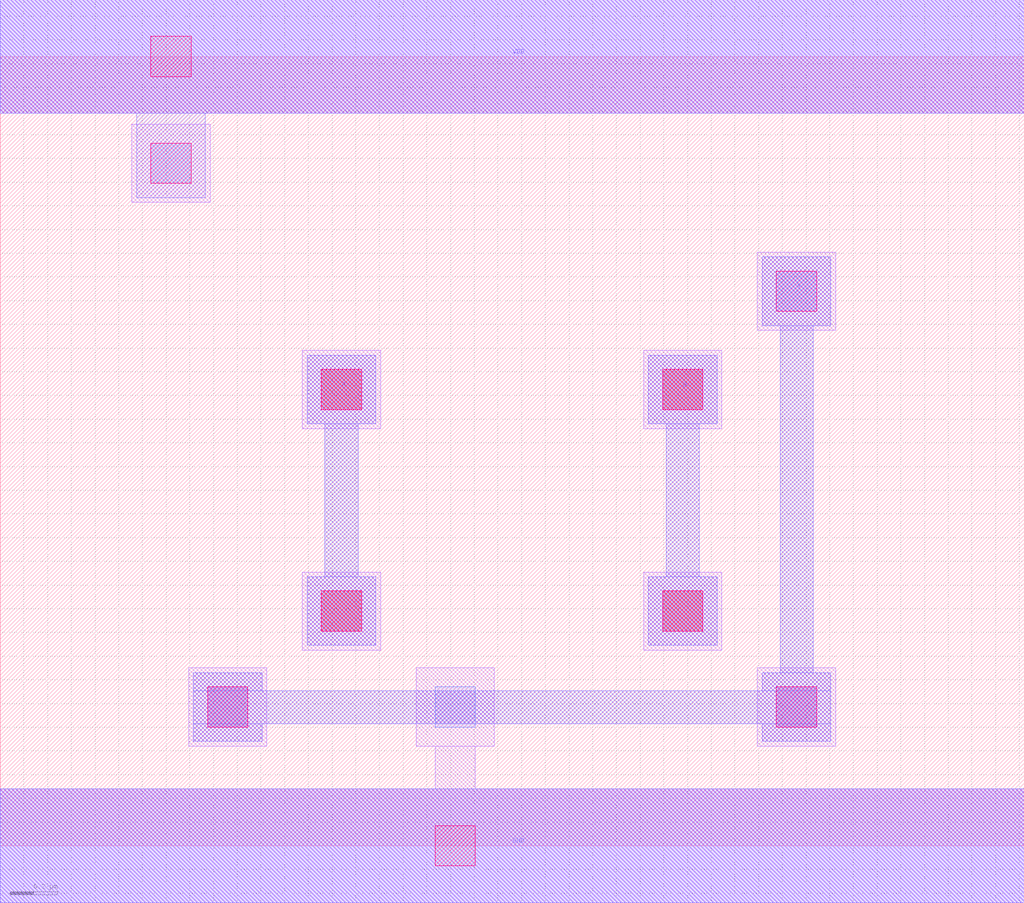
<source format=lef>
MACRO NOR2X1
 CLASS CORE ;
 FOREIGN NOR2X1 0 0 ;
 SIZE 4.32 BY 3.33 ;
 ORIGIN 0 0 ;
 SYMMETRY X Y R90 ;
 SITE unit ;
  PIN VDD
   DIRECTION INOUT ;
   USE POWER ;
   SHAPE ABUTMENT ;
    PORT
     CLASS CORE ;
       LAYER li1 ;
        RECT 0.00000000 3.09000000 4.32000000 3.57000000 ;
       LAYER met1 ;
        RECT 0.00000000 3.09000000 4.32000000 3.57000000 ;
    END
  END VDD

  PIN GND
   DIRECTION INOUT ;
   USE POWER ;
   SHAPE ABUTMENT ;
    PORT
     CLASS CORE ;
       LAYER li1 ;
        RECT 0.00000000 -0.24000000 4.32000000 0.24000000 ;
       LAYER met1 ;
        RECT 0.00000000 -0.24000000 4.32000000 0.24000000 ;
    END
  END GND

  PIN Y
   DIRECTION INOUT ;
   USE SIGNAL ;
   SHAPE ABUTMENT ;
    PORT
     CLASS CORE ;
       LAYER met1 ;
        RECT 0.81500000 0.44000000 1.10500000 0.51500000 ;
        RECT 3.21500000 0.44000000 3.50500000 0.51500000 ;
        RECT 0.81500000 0.51500000 3.50500000 0.65500000 ;
        RECT 0.81500000 0.65500000 1.10500000 0.73000000 ;
        RECT 3.21500000 0.65500000 3.50500000 0.73000000 ;
        RECT 3.29000000 0.73000000 3.43000000 2.19500000 ;
        RECT 3.21500000 2.19500000 3.50500000 2.48500000 ;
    END
  END Y

  PIN B
   DIRECTION INOUT ;
   USE SIGNAL ;
   SHAPE ABUTMENT ;
    PORT
     CLASS CORE ;
       LAYER met1 ;
        RECT 2.73500000 0.84500000 3.02500000 1.13500000 ;
        RECT 2.81000000 1.13500000 2.95000000 1.78000000 ;
        RECT 2.73500000 1.78000000 3.02500000 2.07000000 ;
    END
  END B

  PIN A
   DIRECTION INOUT ;
   USE SIGNAL ;
   SHAPE ABUTMENT ;
    PORT
     CLASS CORE ;
       LAYER met1 ;
        RECT 1.29500000 0.84500000 1.58500000 1.13500000 ;
        RECT 1.37000000 1.13500000 1.51000000 1.78000000 ;
        RECT 1.29500000 1.78000000 1.58500000 2.07000000 ;
    END
  END A

 OBS
    LAYER polycont ;
     RECT 1.35500000 0.90500000 1.52500000 1.07500000 ;
     RECT 2.79500000 0.90500000 2.96500000 1.07500000 ;
     RECT 1.35500000 1.84000000 1.52500000 2.01000000 ;
     RECT 2.79500000 1.84000000 2.96500000 2.01000000 ;

    LAYER pdiffc ;
     RECT 3.27500000 2.25500000 3.44500000 2.42500000 ;
     RECT 0.63500000 2.79500000 0.80500000 2.96500000 ;

    LAYER ndiffc ;
     RECT 0.87500000 0.50000000 1.04500000 0.67000000 ;
     RECT 1.83500000 0.50000000 2.00500000 0.67000000 ;
     RECT 3.27500000 0.50000000 3.44500000 0.67000000 ;

    LAYER li1 ;
     RECT 0.79500000 0.42000000 1.12500000 0.75000000 ;
     RECT 0.00000000 -0.24000000 4.32000000 0.24000000 ;
     RECT 1.83500000 0.24000000 2.00500000 0.42000000 ;
     RECT 1.75500000 0.42000000 2.08500000 0.75000000 ;
     RECT 3.19500000 0.42000000 3.52500000 0.75000000 ;
     RECT 1.27500000 0.82500000 1.60500000 1.15500000 ;
     RECT 2.71500000 0.82500000 3.04500000 1.15500000 ;
     RECT 1.27500000 1.76000000 1.60500000 2.09000000 ;
     RECT 2.71500000 1.76000000 3.04500000 2.09000000 ;
     RECT 3.19500000 2.17500000 3.52500000 2.50500000 ;
     RECT 0.55500000 2.71500000 0.88500000 3.04500000 ;
     RECT 0.00000000 3.09000000 4.32000000 3.57000000 ;

    LAYER viali ;
     RECT 1.83500000 -0.08500000 2.00500000 0.08500000 ;
     RECT 0.87500000 0.50000000 1.04500000 0.67000000 ;
     RECT 3.27500000 0.50000000 3.44500000 0.67000000 ;
     RECT 1.35500000 0.90500000 1.52500000 1.07500000 ;
     RECT 2.79500000 0.90500000 2.96500000 1.07500000 ;
     RECT 1.35500000 1.84000000 1.52500000 2.01000000 ;
     RECT 2.79500000 1.84000000 2.96500000 2.01000000 ;
     RECT 3.27500000 2.25500000 3.44500000 2.42500000 ;
     RECT 0.63500000 2.79500000 0.80500000 2.96500000 ;
     RECT 0.63500000 3.24500000 0.80500000 3.41500000 ;

    LAYER met1 ;
     RECT 0.00000000 -0.24000000 4.32000000 0.24000000 ;
     RECT 1.29500000 0.84500000 1.58500000 1.13500000 ;
     RECT 1.37000000 1.13500000 1.51000000 1.78000000 ;
     RECT 1.29500000 1.78000000 1.58500000 2.07000000 ;
     RECT 2.73500000 0.84500000 3.02500000 1.13500000 ;
     RECT 2.81000000 1.13500000 2.95000000 1.78000000 ;
     RECT 2.73500000 1.78000000 3.02500000 2.07000000 ;
     RECT 0.81500000 0.44000000 1.10500000 0.51500000 ;
     RECT 3.21500000 0.44000000 3.50500000 0.51500000 ;
     RECT 0.81500000 0.51500000 3.50500000 0.65500000 ;
     RECT 0.81500000 0.65500000 1.10500000 0.73000000 ;
     RECT 3.21500000 0.65500000 3.50500000 0.73000000 ;
     RECT 3.29000000 0.73000000 3.43000000 2.19500000 ;
     RECT 3.21500000 2.19500000 3.50500000 2.48500000 ;
     RECT 0.57500000 2.73500000 0.86500000 3.09000000 ;
     RECT 0.00000000 3.09000000 4.32000000 3.57000000 ;

 END
END NOR2X1

</source>
